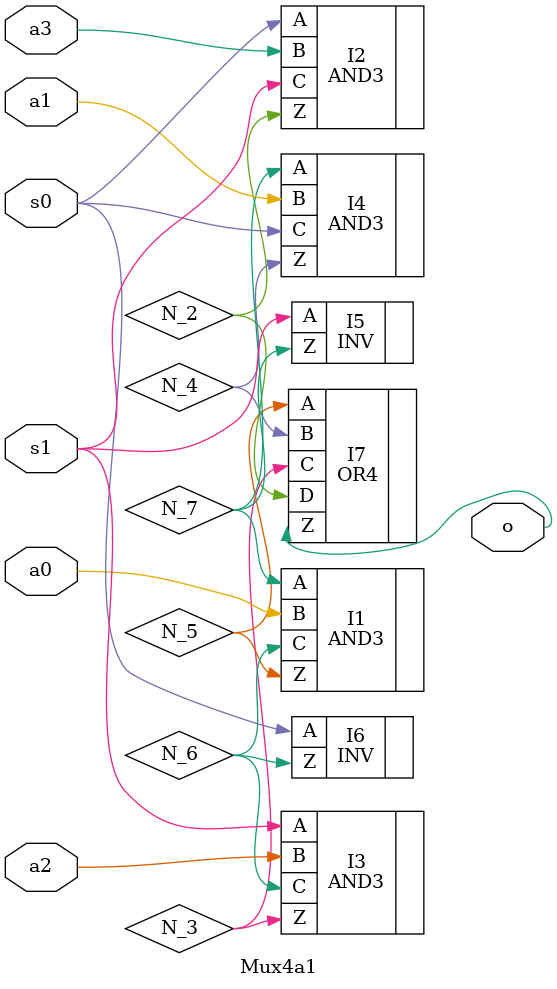
<source format=v>
/* Verilog model created from schematic Mux4a1.sch -- Sep 14, 2018 17:16 */

module Mux4a1( a0, a1, a2, a3, o, s0, s1 );
 input a0;
 input a1;
 input a2;
 input a3;
output o;
 input s0;
 input s1;
wire N_6;
wire N_7;
wire N_2;
wire N_3;
wire N_4;
wire N_5;



AND3 I4 ( .A(N_7), .B(a1), .C(s0), .Z(N_4) );
AND3 I1 ( .A(N_7), .B(a0), .C(N_6), .Z(N_5) );
AND3 I2 ( .A(s0), .B(a3), .C(s1), .Z(N_2) );
AND3 I3 ( .A(s1), .B(a2), .C(N_6), .Z(N_3) );
INV I6 ( .A(s0), .Z(N_6) );
INV I5 ( .A(s1), .Z(N_7) );
OR4 I7 ( .A(N_5), .B(N_4), .C(N_3), .D(N_2), .Z(o) );

endmodule // Mux4a1

</source>
